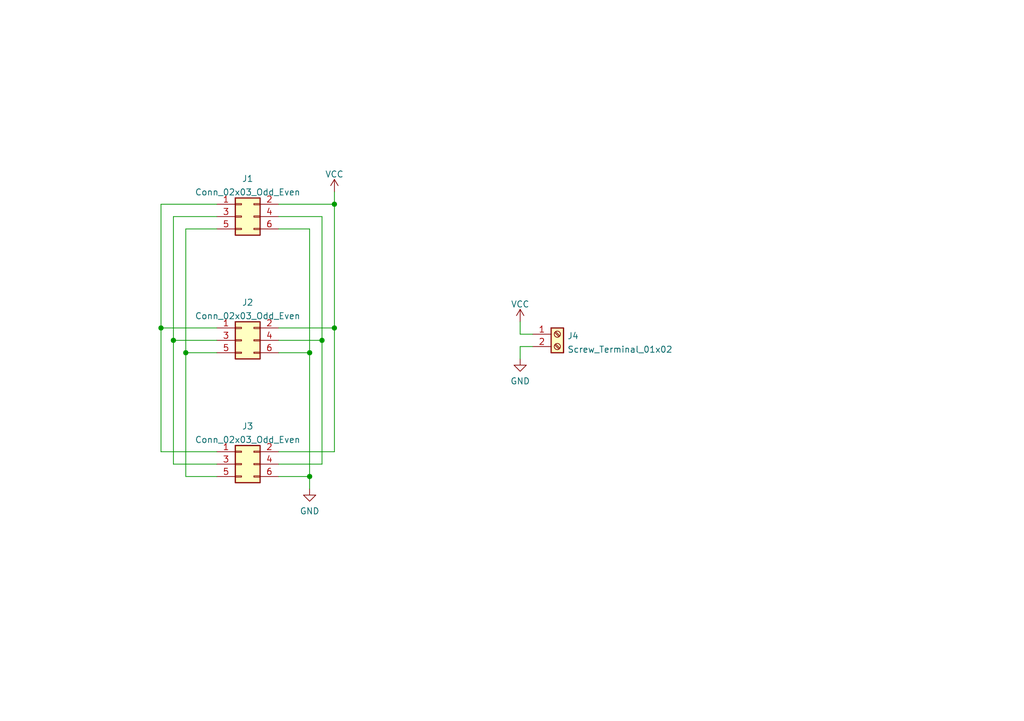
<source format=kicad_sch>
(kicad_sch (version 20211123) (generator eeschema)

  (uuid e63e39d7-6ac0-4ffd-8aa3-1841a4541b55)

  (paper "A5")

  (title_block
    (title "eAVR6-adapter-vrt")
    (company "Nakamura Labs")
    (comment 1 "https://github.com/kiu/eAVR")
  )

  (lib_symbols
    (symbol "Connector:Screw_Terminal_01x02" (pin_names (offset 1.016) hide) (in_bom yes) (on_board yes)
      (property "Reference" "J" (id 0) (at 0 2.54 0)
        (effects (font (size 1.27 1.27)))
      )
      (property "Value" "Screw_Terminal_01x02" (id 1) (at 0 -5.08 0)
        (effects (font (size 1.27 1.27)))
      )
      (property "Footprint" "" (id 2) (at 0 0 0)
        (effects (font (size 1.27 1.27)) hide)
      )
      (property "Datasheet" "~" (id 3) (at 0 0 0)
        (effects (font (size 1.27 1.27)) hide)
      )
      (property "ki_keywords" "screw terminal" (id 4) (at 0 0 0)
        (effects (font (size 1.27 1.27)) hide)
      )
      (property "ki_description" "Generic screw terminal, single row, 01x02, script generated (kicad-library-utils/schlib/autogen/connector/)" (id 5) (at 0 0 0)
        (effects (font (size 1.27 1.27)) hide)
      )
      (property "ki_fp_filters" "TerminalBlock*:*" (id 6) (at 0 0 0)
        (effects (font (size 1.27 1.27)) hide)
      )
      (symbol "Screw_Terminal_01x02_1_1"
        (rectangle (start -1.27 1.27) (end 1.27 -3.81)
          (stroke (width 0.254) (type default) (color 0 0 0 0))
          (fill (type background))
        )
        (circle (center 0 -2.54) (radius 0.635)
          (stroke (width 0.1524) (type default) (color 0 0 0 0))
          (fill (type none))
        )
        (polyline
          (pts
            (xy -0.5334 -2.2098)
            (xy 0.3302 -3.048)
          )
          (stroke (width 0.1524) (type default) (color 0 0 0 0))
          (fill (type none))
        )
        (polyline
          (pts
            (xy -0.5334 0.3302)
            (xy 0.3302 -0.508)
          )
          (stroke (width 0.1524) (type default) (color 0 0 0 0))
          (fill (type none))
        )
        (polyline
          (pts
            (xy -0.3556 -2.032)
            (xy 0.508 -2.8702)
          )
          (stroke (width 0.1524) (type default) (color 0 0 0 0))
          (fill (type none))
        )
        (polyline
          (pts
            (xy -0.3556 0.508)
            (xy 0.508 -0.3302)
          )
          (stroke (width 0.1524) (type default) (color 0 0 0 0))
          (fill (type none))
        )
        (circle (center 0 0) (radius 0.635)
          (stroke (width 0.1524) (type default) (color 0 0 0 0))
          (fill (type none))
        )
        (pin passive line (at -5.08 0 0) (length 3.81)
          (name "Pin_1" (effects (font (size 1.27 1.27))))
          (number "1" (effects (font (size 1.27 1.27))))
        )
        (pin passive line (at -5.08 -2.54 0) (length 3.81)
          (name "Pin_2" (effects (font (size 1.27 1.27))))
          (number "2" (effects (font (size 1.27 1.27))))
        )
      )
    )
    (symbol "Connector_Generic:Conn_02x03_Odd_Even" (pin_names (offset 1.016) hide) (in_bom yes) (on_board yes)
      (property "Reference" "J" (id 0) (at 1.27 5.08 0)
        (effects (font (size 1.27 1.27)))
      )
      (property "Value" "Conn_02x03_Odd_Even" (id 1) (at 1.27 -5.08 0)
        (effects (font (size 1.27 1.27)))
      )
      (property "Footprint" "" (id 2) (at 0 0 0)
        (effects (font (size 1.27 1.27)) hide)
      )
      (property "Datasheet" "~" (id 3) (at 0 0 0)
        (effects (font (size 1.27 1.27)) hide)
      )
      (property "ki_keywords" "connector" (id 4) (at 0 0 0)
        (effects (font (size 1.27 1.27)) hide)
      )
      (property "ki_description" "Generic connector, double row, 02x03, odd/even pin numbering scheme (row 1 odd numbers, row 2 even numbers), script generated (kicad-library-utils/schlib/autogen/connector/)" (id 5) (at 0 0 0)
        (effects (font (size 1.27 1.27)) hide)
      )
      (property "ki_fp_filters" "Connector*:*_2x??_*" (id 6) (at 0 0 0)
        (effects (font (size 1.27 1.27)) hide)
      )
      (symbol "Conn_02x03_Odd_Even_1_1"
        (rectangle (start -1.27 -2.413) (end 0 -2.667)
          (stroke (width 0.1524) (type default) (color 0 0 0 0))
          (fill (type none))
        )
        (rectangle (start -1.27 0.127) (end 0 -0.127)
          (stroke (width 0.1524) (type default) (color 0 0 0 0))
          (fill (type none))
        )
        (rectangle (start -1.27 2.667) (end 0 2.413)
          (stroke (width 0.1524) (type default) (color 0 0 0 0))
          (fill (type none))
        )
        (rectangle (start -1.27 3.81) (end 3.81 -3.81)
          (stroke (width 0.254) (type default) (color 0 0 0 0))
          (fill (type background))
        )
        (rectangle (start 3.81 -2.413) (end 2.54 -2.667)
          (stroke (width 0.1524) (type default) (color 0 0 0 0))
          (fill (type none))
        )
        (rectangle (start 3.81 0.127) (end 2.54 -0.127)
          (stroke (width 0.1524) (type default) (color 0 0 0 0))
          (fill (type none))
        )
        (rectangle (start 3.81 2.667) (end 2.54 2.413)
          (stroke (width 0.1524) (type default) (color 0 0 0 0))
          (fill (type none))
        )
        (pin passive line (at -5.08 2.54 0) (length 3.81)
          (name "Pin_1" (effects (font (size 1.27 1.27))))
          (number "1" (effects (font (size 1.27 1.27))))
        )
        (pin passive line (at 7.62 2.54 180) (length 3.81)
          (name "Pin_2" (effects (font (size 1.27 1.27))))
          (number "2" (effects (font (size 1.27 1.27))))
        )
        (pin passive line (at -5.08 0 0) (length 3.81)
          (name "Pin_3" (effects (font (size 1.27 1.27))))
          (number "3" (effects (font (size 1.27 1.27))))
        )
        (pin passive line (at 7.62 0 180) (length 3.81)
          (name "Pin_4" (effects (font (size 1.27 1.27))))
          (number "4" (effects (font (size 1.27 1.27))))
        )
        (pin passive line (at -5.08 -2.54 0) (length 3.81)
          (name "Pin_5" (effects (font (size 1.27 1.27))))
          (number "5" (effects (font (size 1.27 1.27))))
        )
        (pin passive line (at 7.62 -2.54 180) (length 3.81)
          (name "Pin_6" (effects (font (size 1.27 1.27))))
          (number "6" (effects (font (size 1.27 1.27))))
        )
      )
    )
    (symbol "power:GND" (power) (pin_names (offset 0)) (in_bom yes) (on_board yes)
      (property "Reference" "#PWR" (id 0) (at 0 -6.35 0)
        (effects (font (size 1.27 1.27)) hide)
      )
      (property "Value" "GND" (id 1) (at 0 -3.81 0)
        (effects (font (size 1.27 1.27)))
      )
      (property "Footprint" "" (id 2) (at 0 0 0)
        (effects (font (size 1.27 1.27)) hide)
      )
      (property "Datasheet" "" (id 3) (at 0 0 0)
        (effects (font (size 1.27 1.27)) hide)
      )
      (property "ki_keywords" "power-flag" (id 4) (at 0 0 0)
        (effects (font (size 1.27 1.27)) hide)
      )
      (property "ki_description" "Power symbol creates a global label with name \"GND\" , ground" (id 5) (at 0 0 0)
        (effects (font (size 1.27 1.27)) hide)
      )
      (symbol "GND_0_1"
        (polyline
          (pts
            (xy 0 0)
            (xy 0 -1.27)
            (xy 1.27 -1.27)
            (xy 0 -2.54)
            (xy -1.27 -1.27)
            (xy 0 -1.27)
          )
          (stroke (width 0) (type default) (color 0 0 0 0))
          (fill (type none))
        )
      )
      (symbol "GND_1_1"
        (pin power_in line (at 0 0 270) (length 0) hide
          (name "GND" (effects (font (size 1.27 1.27))))
          (number "1" (effects (font (size 1.27 1.27))))
        )
      )
    )
    (symbol "power:VCC" (power) (pin_names (offset 0)) (in_bom yes) (on_board yes)
      (property "Reference" "#PWR" (id 0) (at 0 -3.81 0)
        (effects (font (size 1.27 1.27)) hide)
      )
      (property "Value" "VCC" (id 1) (at 0 3.81 0)
        (effects (font (size 1.27 1.27)))
      )
      (property "Footprint" "" (id 2) (at 0 0 0)
        (effects (font (size 1.27 1.27)) hide)
      )
      (property "Datasheet" "" (id 3) (at 0 0 0)
        (effects (font (size 1.27 1.27)) hide)
      )
      (property "ki_keywords" "power-flag" (id 4) (at 0 0 0)
        (effects (font (size 1.27 1.27)) hide)
      )
      (property "ki_description" "Power symbol creates a global label with name \"VCC\"" (id 5) (at 0 0 0)
        (effects (font (size 1.27 1.27)) hide)
      )
      (symbol "VCC_0_1"
        (polyline
          (pts
            (xy -0.762 1.27)
            (xy 0 2.54)
          )
          (stroke (width 0) (type default) (color 0 0 0 0))
          (fill (type none))
        )
        (polyline
          (pts
            (xy 0 0)
            (xy 0 2.54)
          )
          (stroke (width 0) (type default) (color 0 0 0 0))
          (fill (type none))
        )
        (polyline
          (pts
            (xy 0 2.54)
            (xy 0.762 1.27)
          )
          (stroke (width 0) (type default) (color 0 0 0 0))
          (fill (type none))
        )
      )
      (symbol "VCC_1_1"
        (pin power_in line (at 0 0 90) (length 0) hide
          (name "VCC" (effects (font (size 1.27 1.27))))
          (number "1" (effects (font (size 1.27 1.27))))
        )
      )
    )
  )

  (junction (at 33.02 67.31) (diameter 0) (color 0 0 0 0)
    (uuid 109d34e4-bb9b-4e06-a8e9-d7e3e666f8f1)
  )
  (junction (at 35.56 69.85) (diameter 0) (color 0 0 0 0)
    (uuid 29c5d17f-ccec-47aa-a8de-6e801d1b09e9)
  )
  (junction (at 38.1 72.39) (diameter 0) (color 0 0 0 0)
    (uuid 4e2c4999-142e-423f-ac5e-d341db50f0ea)
  )
  (junction (at 68.58 67.31) (diameter 0) (color 0 0 0 0)
    (uuid 56adcc63-9ab3-430c-84e5-f8d14cbeed5a)
  )
  (junction (at 63.5 72.39) (diameter 0) (color 0 0 0 0)
    (uuid 66b9f7f0-dc5f-46d1-a083-ee17d860ec7e)
  )
  (junction (at 66.04 69.85) (diameter 0) (color 0 0 0 0)
    (uuid 86bbbd5f-76c5-420d-be00-fc0d4d906770)
  )
  (junction (at 63.5 97.79) (diameter 0) (color 0 0 0 0)
    (uuid b7a0c72d-915a-42db-b731-5fbc793946af)
  )
  (junction (at 68.58 41.91) (diameter 0) (color 0 0 0 0)
    (uuid bdd1b2dc-30dd-4007-86cc-50a28176d674)
  )

  (wire (pts (xy 38.1 97.79) (xy 44.45 97.79))
    (stroke (width 0) (type default) (color 0 0 0 0))
    (uuid 012e54c9-331e-46d2-876e-1ce6b7fe8ebb)
  )
  (wire (pts (xy 63.5 72.39) (xy 63.5 97.79))
    (stroke (width 0) (type default) (color 0 0 0 0))
    (uuid 0dbdb01d-78ed-4925-b70f-86666ccc7131)
  )
  (wire (pts (xy 35.56 44.45) (xy 35.56 69.85))
    (stroke (width 0) (type default) (color 0 0 0 0))
    (uuid 0df3562c-edb0-464c-a210-e3fdc5ab3f71)
  )
  (wire (pts (xy 33.02 67.31) (xy 33.02 92.71))
    (stroke (width 0) (type default) (color 0 0 0 0))
    (uuid 0eb5a0d6-5cd0-4f65-af67-3d466efbeeea)
  )
  (wire (pts (xy 44.45 44.45) (xy 35.56 44.45))
    (stroke (width 0) (type default) (color 0 0 0 0))
    (uuid 1e27369d-e67e-44de-ad42-9bb88fa2dcfe)
  )
  (wire (pts (xy 68.58 41.91) (xy 68.58 67.31))
    (stroke (width 0) (type default) (color 0 0 0 0))
    (uuid 23248dce-24e3-4258-be9b-2c3226426482)
  )
  (wire (pts (xy 63.5 46.99) (xy 63.5 72.39))
    (stroke (width 0) (type default) (color 0 0 0 0))
    (uuid 247ea6b8-ad43-4b00-ae09-28d5266a16d4)
  )
  (wire (pts (xy 57.15 44.45) (xy 66.04 44.45))
    (stroke (width 0) (type default) (color 0 0 0 0))
    (uuid 2898ce23-265d-49af-94cb-9408683f97d0)
  )
  (wire (pts (xy 44.45 41.91) (xy 33.02 41.91))
    (stroke (width 0) (type default) (color 0 0 0 0))
    (uuid 368d8f61-aa0c-48ff-9da3-9b443fc21f11)
  )
  (wire (pts (xy 63.5 97.79) (xy 63.5 100.33))
    (stroke (width 0) (type default) (color 0 0 0 0))
    (uuid 36c0c416-36a2-41f7-848c-74a444fd8ae0)
  )
  (wire (pts (xy 106.68 66.04) (xy 106.68 68.58))
    (stroke (width 0) (type default) (color 0 0 0 0))
    (uuid 3a45fb3b-7899-44f2-a78a-f676359df67b)
  )
  (wire (pts (xy 33.02 41.91) (xy 33.02 67.31))
    (stroke (width 0) (type default) (color 0 0 0 0))
    (uuid 637cb75d-27f7-4a26-b9fa-c7b567613df7)
  )
  (wire (pts (xy 68.58 92.71) (xy 57.15 92.71))
    (stroke (width 0) (type default) (color 0 0 0 0))
    (uuid 65153519-520b-4075-93bb-dee74795edb1)
  )
  (wire (pts (xy 33.02 92.71) (xy 44.45 92.71))
    (stroke (width 0) (type default) (color 0 0 0 0))
    (uuid 71c02fde-b777-4dee-bfcd-d5237b5911c8)
  )
  (wire (pts (xy 57.15 46.99) (xy 63.5 46.99))
    (stroke (width 0) (type default) (color 0 0 0 0))
    (uuid 7636c8d9-78a1-4966-ba19-5913d43295cc)
  )
  (wire (pts (xy 66.04 44.45) (xy 66.04 69.85))
    (stroke (width 0) (type default) (color 0 0 0 0))
    (uuid 78101f60-e2e5-458c-ba88-b0670f8784ea)
  )
  (wire (pts (xy 57.15 69.85) (xy 66.04 69.85))
    (stroke (width 0) (type default) (color 0 0 0 0))
    (uuid 7a3c66fe-af0a-4686-8dbc-2565c40985ee)
  )
  (wire (pts (xy 63.5 97.79) (xy 57.15 97.79))
    (stroke (width 0) (type default) (color 0 0 0 0))
    (uuid 807afd4c-248e-40e5-8d21-6627e8b704ec)
  )
  (wire (pts (xy 68.58 39.37) (xy 68.58 41.91))
    (stroke (width 0) (type default) (color 0 0 0 0))
    (uuid 86e8ba2a-abe9-4ece-bcd3-26e1550e07f7)
  )
  (wire (pts (xy 57.15 41.91) (xy 68.58 41.91))
    (stroke (width 0) (type default) (color 0 0 0 0))
    (uuid 8d77ac6c-040d-4043-b9a0-a7ba91b70e83)
  )
  (wire (pts (xy 38.1 72.39) (xy 44.45 72.39))
    (stroke (width 0) (type default) (color 0 0 0 0))
    (uuid 90cbaa9a-3385-4bc6-b0bc-f0dcb34b580e)
  )
  (wire (pts (xy 57.15 67.31) (xy 68.58 67.31))
    (stroke (width 0) (type default) (color 0 0 0 0))
    (uuid 92cb044d-0d05-4bb8-9560-1ba1b1cb2197)
  )
  (wire (pts (xy 38.1 46.99) (xy 38.1 72.39))
    (stroke (width 0) (type default) (color 0 0 0 0))
    (uuid 93aeb51b-39db-40ba-894b-f2ed9ceac805)
  )
  (wire (pts (xy 57.15 72.39) (xy 63.5 72.39))
    (stroke (width 0) (type default) (color 0 0 0 0))
    (uuid 9a458650-0bcb-4412-a227-64373438204a)
  )
  (wire (pts (xy 106.68 68.58) (xy 109.22 68.58))
    (stroke (width 0) (type default) (color 0 0 0 0))
    (uuid a67dbe3b-ec7d-4ea5-b0e5-715c5263d8da)
  )
  (wire (pts (xy 35.56 69.85) (xy 44.45 69.85))
    (stroke (width 0) (type default) (color 0 0 0 0))
    (uuid ab427ed8-7d35-4d73-a382-090628f61935)
  )
  (wire (pts (xy 44.45 46.99) (xy 38.1 46.99))
    (stroke (width 0) (type default) (color 0 0 0 0))
    (uuid ad7eb0f9-31f6-408e-a65f-632c14cc032a)
  )
  (wire (pts (xy 35.56 69.85) (xy 35.56 95.25))
    (stroke (width 0) (type default) (color 0 0 0 0))
    (uuid b74ce86c-a005-42cc-9032-636b1c7b850e)
  )
  (wire (pts (xy 35.56 95.25) (xy 44.45 95.25))
    (stroke (width 0) (type default) (color 0 0 0 0))
    (uuid ba2c5514-9acd-48dc-bf72-419325d510db)
  )
  (wire (pts (xy 109.22 71.12) (xy 106.68 71.12))
    (stroke (width 0) (type default) (color 0 0 0 0))
    (uuid bc1d5740-b0c7-4566-95b0-470ac47a1fb3)
  )
  (wire (pts (xy 68.58 67.31) (xy 68.58 92.71))
    (stroke (width 0) (type default) (color 0 0 0 0))
    (uuid c1c3fba9-8509-48d0-8ca8-5c9f00dd1b6b)
  )
  (wire (pts (xy 106.68 71.12) (xy 106.68 73.66))
    (stroke (width 0) (type default) (color 0 0 0 0))
    (uuid c480dba7-51ff-4a4f-9251-e48b2784c64a)
  )
  (wire (pts (xy 38.1 72.39) (xy 38.1 97.79))
    (stroke (width 0) (type default) (color 0 0 0 0))
    (uuid e2d0dbca-b126-4dea-80f2-d802bd17caff)
  )
  (wire (pts (xy 33.02 67.31) (xy 44.45 67.31))
    (stroke (width 0) (type default) (color 0 0 0 0))
    (uuid e32f3b75-caa2-43e6-ae73-a4497241e521)
  )
  (wire (pts (xy 66.04 69.85) (xy 66.04 95.25))
    (stroke (width 0) (type default) (color 0 0 0 0))
    (uuid ebec24cc-4984-48b0-8ea4-00b8d405b549)
  )
  (wire (pts (xy 66.04 95.25) (xy 57.15 95.25))
    (stroke (width 0) (type default) (color 0 0 0 0))
    (uuid fc4f0d73-8541-49fe-b3f7-20135b50eba9)
  )

  (symbol (lib_id "Connector:Screw_Terminal_01x02") (at 114.3 68.58 0) (unit 1)
    (in_bom yes) (on_board yes) (fields_autoplaced)
    (uuid 0fc912fd-5036-4a55-b598-a9af40810824)
    (property "Reference" "J4" (id 0) (at 116.332 68.9415 0)
      (effects (font (size 1.27 1.27)) (justify left))
    )
    (property "Value" "Screw_Terminal_01x02" (id 1) (at 116.332 71.7166 0)
      (effects (font (size 1.27 1.27)) (justify left))
    )
    (property "Footprint" "TerminalBlock:TerminalBlock_bornier-2_P5.08mm" (id 2) (at 114.3 68.58 0)
      (effects (font (size 1.27 1.27)) hide)
    )
    (property "Datasheet" "~" (id 3) (at 114.3 68.58 0)
      (effects (font (size 1.27 1.27)) hide)
    )
    (pin "1" (uuid e0b36e60-bb2b-489c-a764-1b81e551ce62))
    (pin "2" (uuid f47374c3-cb2a-4769-880f-830c9b19222e))
  )

  (symbol (lib_id "Connector_Generic:Conn_02x03_Odd_Even") (at 49.53 95.25 0) (unit 1)
    (in_bom yes) (on_board yes) (fields_autoplaced)
    (uuid 2a2879fc-ec4b-4a25-8612-5754c11fab4c)
    (property "Reference" "J3" (id 0) (at 50.8 87.4735 0))
    (property "Value" "Conn_02x03_Odd_Even" (id 1) (at 50.8 90.2486 0))
    (property "Footprint" "eAVR:eAVR6-EdgeSocket_2x03_P2.54mm_Vertical" (id 2) (at 49.53 95.25 0)
      (effects (font (size 1.27 1.27)) hide)
    )
    (property "Datasheet" "~" (id 3) (at 49.53 95.25 0)
      (effects (font (size 1.27 1.27)) hide)
    )
    (pin "1" (uuid fcc9f66a-eef8-498f-a40a-ace74d33e4a2))
    (pin "2" (uuid 8dbdb475-6f3f-4769-b60c-8c0b9ef9c0a4))
    (pin "3" (uuid 74771d47-4f63-40d4-9a13-1377eef888c9))
    (pin "4" (uuid a0ed2662-e29b-4edc-8d41-dd4e00e3476a))
    (pin "5" (uuid 1ef34d8f-5a12-47f7-bf2e-d313b64cbcb5))
    (pin "6" (uuid b8576358-9b5f-4cc9-be61-52fe28bd110f))
  )

  (symbol (lib_id "Connector_Generic:Conn_02x03_Odd_Even") (at 49.53 44.45 0) (unit 1)
    (in_bom yes) (on_board yes) (fields_autoplaced)
    (uuid 2d6614eb-bffa-4bcf-95c6-23d2c0802bc5)
    (property "Reference" "J1" (id 0) (at 50.8 36.6735 0))
    (property "Value" "Conn_02x03_Odd_Even" (id 1) (at 50.8 39.4486 0))
    (property "Footprint" "eAVR:eAVR6-EdgeSocket_2x03_P2.54mm_Vertical" (id 2) (at 49.53 44.45 0)
      (effects (font (size 1.27 1.27)) hide)
    )
    (property "Datasheet" "~" (id 3) (at 49.53 44.45 0)
      (effects (font (size 1.27 1.27)) hide)
    )
    (pin "1" (uuid 6ee2eff6-d2ee-43b3-a39c-023a759b20f4))
    (pin "2" (uuid d3e24f48-830a-418c-af57-c8b94c641cc7))
    (pin "3" (uuid cefe2b25-c132-4a9d-862f-6dd88da4c699))
    (pin "4" (uuid c0d7ddc3-0fb2-4859-8099-85cf17faa495))
    (pin "5" (uuid 8c964be6-6c78-49c2-9297-d6e2f99f7949))
    (pin "6" (uuid b480ff03-7cab-42b4-91d0-4a8efdc14314))
  )

  (symbol (lib_id "power:GND") (at 106.68 73.66 0) (unit 1)
    (in_bom yes) (on_board yes) (fields_autoplaced)
    (uuid 4c8704fa-310a-4c01-8dc1-2b7e2727fea0)
    (property "Reference" "#PWR04" (id 0) (at 106.68 80.01 0)
      (effects (font (size 1.27 1.27)) hide)
    )
    (property "Value" "GND" (id 1) (at 106.68 78.2225 0))
    (property "Footprint" "" (id 2) (at 106.68 73.66 0)
      (effects (font (size 1.27 1.27)) hide)
    )
    (property "Datasheet" "" (id 3) (at 106.68 73.66 0)
      (effects (font (size 1.27 1.27)) hide)
    )
    (pin "1" (uuid 6742a066-6a5f-4185-90ae-b7fe8c6eda52))
  )

  (symbol (lib_id "power:VCC") (at 106.68 66.04 0) (unit 1)
    (in_bom yes) (on_board yes) (fields_autoplaced)
    (uuid b754bfb3-a198-47be-8e7b-61bec885a5db)
    (property "Reference" "#PWR03" (id 0) (at 106.68 69.85 0)
      (effects (font (size 1.27 1.27)) hide)
    )
    (property "Value" "VCC" (id 1) (at 106.68 62.4355 0))
    (property "Footprint" "" (id 2) (at 106.68 66.04 0)
      (effects (font (size 1.27 1.27)) hide)
    )
    (property "Datasheet" "" (id 3) (at 106.68 66.04 0)
      (effects (font (size 1.27 1.27)) hide)
    )
    (pin "1" (uuid 01109662-12b4-48a3-b68d-624008909c2a))
  )

  (symbol (lib_id "Connector_Generic:Conn_02x03_Odd_Even") (at 49.53 69.85 0) (unit 1)
    (in_bom yes) (on_board yes) (fields_autoplaced)
    (uuid d04d43a9-1b28-4db2-b9a4-cde85477ba90)
    (property "Reference" "J2" (id 0) (at 50.8 62.0735 0))
    (property "Value" "Conn_02x03_Odd_Even" (id 1) (at 50.8 64.8486 0))
    (property "Footprint" "Connector_IDC:IDC-Header_2x03_P2.54mm_Vertical" (id 2) (at 49.53 69.85 0)
      (effects (font (size 1.27 1.27)) hide)
    )
    (property "Datasheet" "~" (id 3) (at 49.53 69.85 0)
      (effects (font (size 1.27 1.27)) hide)
    )
    (pin "1" (uuid 986ae3bb-6137-4fef-b331-4941a7206d18))
    (pin "2" (uuid f13cbe29-31f0-4268-8924-bb402ccc38da))
    (pin "3" (uuid c6613faa-9171-4ee9-a501-597a78ae2cc8))
    (pin "4" (uuid 8a94ce7c-f83c-44e6-9999-88494806e5c1))
    (pin "5" (uuid 6f9768aa-a42d-4c54-8fd6-1e83bd60d092))
    (pin "6" (uuid 73611aa0-14a7-4661-9995-407a177db15a))
  )

  (symbol (lib_id "power:VCC") (at 68.58 39.37 0) (unit 1)
    (in_bom yes) (on_board yes) (fields_autoplaced)
    (uuid e4100f83-7891-444e-91f7-c5eff1224bf4)
    (property "Reference" "#PWR02" (id 0) (at 68.58 43.18 0)
      (effects (font (size 1.27 1.27)) hide)
    )
    (property "Value" "VCC" (id 1) (at 68.58 35.7655 0))
    (property "Footprint" "" (id 2) (at 68.58 39.37 0)
      (effects (font (size 1.27 1.27)) hide)
    )
    (property "Datasheet" "" (id 3) (at 68.58 39.37 0)
      (effects (font (size 1.27 1.27)) hide)
    )
    (pin "1" (uuid e96b63d6-6764-4aea-8c6d-b60292e2067f))
  )

  (symbol (lib_id "power:GND") (at 63.5 100.33 0) (unit 1)
    (in_bom yes) (on_board yes) (fields_autoplaced)
    (uuid e8b9ede6-16c4-4741-8606-0ad35b39ca35)
    (property "Reference" "#PWR01" (id 0) (at 63.5 106.68 0)
      (effects (font (size 1.27 1.27)) hide)
    )
    (property "Value" "GND" (id 1) (at 63.5 104.8925 0))
    (property "Footprint" "" (id 2) (at 63.5 100.33 0)
      (effects (font (size 1.27 1.27)) hide)
    )
    (property "Datasheet" "" (id 3) (at 63.5 100.33 0)
      (effects (font (size 1.27 1.27)) hide)
    )
    (pin "1" (uuid d60da739-fab4-4c5c-9dbc-aa341c236240))
  )

  (sheet_instances
    (path "/" (page "1"))
  )

  (symbol_instances
    (path "/e8b9ede6-16c4-4741-8606-0ad35b39ca35"
      (reference "#PWR01") (unit 1) (value "GND") (footprint "")
    )
    (path "/e4100f83-7891-444e-91f7-c5eff1224bf4"
      (reference "#PWR02") (unit 1) (value "VCC") (footprint "")
    )
    (path "/b754bfb3-a198-47be-8e7b-61bec885a5db"
      (reference "#PWR03") (unit 1) (value "VCC") (footprint "")
    )
    (path "/4c8704fa-310a-4c01-8dc1-2b7e2727fea0"
      (reference "#PWR04") (unit 1) (value "GND") (footprint "")
    )
    (path "/2d6614eb-bffa-4bcf-95c6-23d2c0802bc5"
      (reference "J1") (unit 1) (value "Conn_02x03_Odd_Even") (footprint "eAVR:eAVR6-EdgeSocket_2x03_P2.54mm_Vertical")
    )
    (path "/d04d43a9-1b28-4db2-b9a4-cde85477ba90"
      (reference "J2") (unit 1) (value "Conn_02x03_Odd_Even") (footprint "Connector_IDC:IDC-Header_2x03_P2.54mm_Vertical")
    )
    (path "/2a2879fc-ec4b-4a25-8612-5754c11fab4c"
      (reference "J3") (unit 1) (value "Conn_02x03_Odd_Even") (footprint "eAVR:eAVR6-EdgeSocket_2x03_P2.54mm_Vertical")
    )
    (path "/0fc912fd-5036-4a55-b598-a9af40810824"
      (reference "J4") (unit 1) (value "Screw_Terminal_01x02") (footprint "TerminalBlock:TerminalBlock_bornier-2_P5.08mm")
    )
  )
)

</source>
